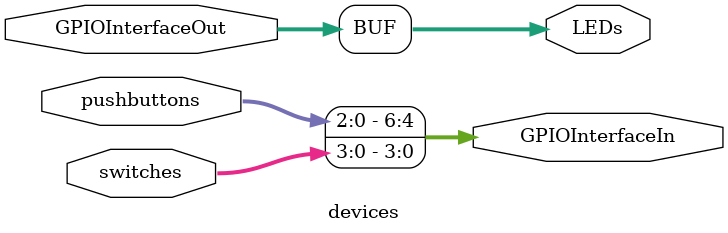
<source format=v>
module devices(
    GPIOInterfaceIn,
    GPIOInterfaceOut,
    pushbuttons,
    switches,
    LEDs
    );
    output wire [6:0] GPIOInterfaceIn;
    input wire [3:0] GPIOInterfaceOut;
    input wire [2:0] pushbuttons;
    input wire [3:0] switches;
    output wire [3:0] LEDs;
    
    assign GPIOInterfaceIn={pushbuttons,switches};
    assign LEDs=GPIOInterfaceOut;
endmodule

</source>
